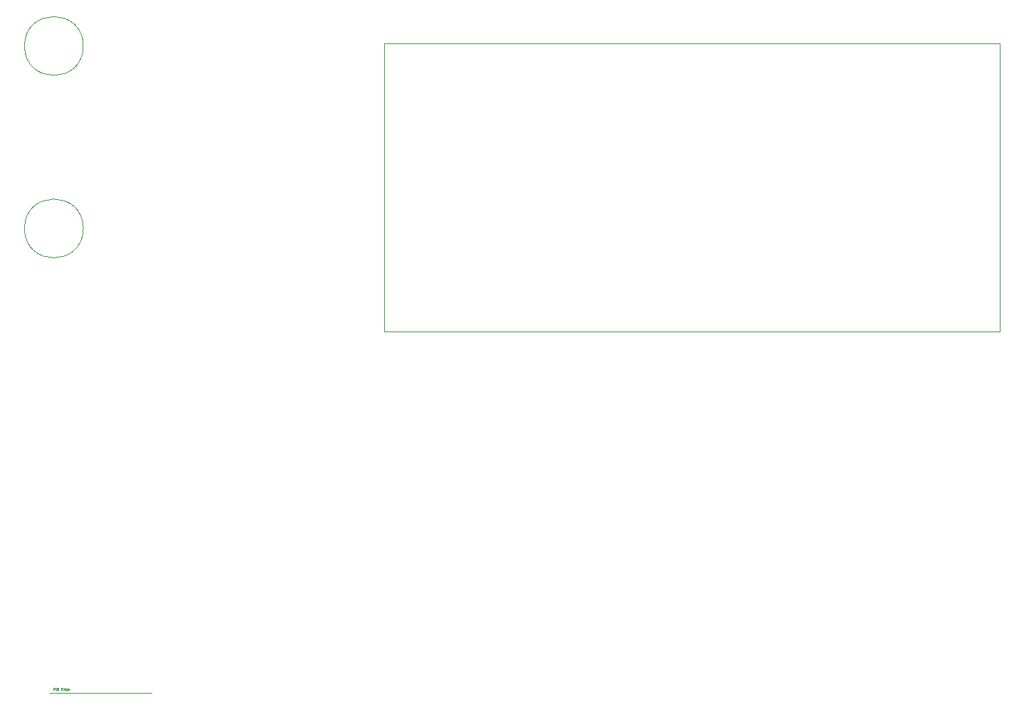
<source format=gm1>
G04 Layer_Color=16711935*
%FSLAX25Y25*%
%MOIN*%
G70*
G01*
G75*
%ADD66C,0.00079*%
%ADD67C,0.00197*%
%ADD68C,0.00394*%
%ADD69C,0.00118*%
D66*
X24780Y202000D02*
G03*
X24780Y202000I-13780J0D01*
G01*
Y287500D02*
G03*
X24780Y287500I-13780J0D01*
G01*
D67*
X174854Y288779D02*
X453965D01*
X165854Y153779D02*
Y288779D01*
Y153779D02*
X453965D01*
Y288779D01*
X165854D02*
X174854D01*
D68*
X9035Y-15500D02*
X56673D01*
D69*
X10604Y-14220D02*
Y-13236D01*
X11096D01*
X11260Y-13400D01*
Y-13728D01*
X11096Y-13892D01*
X10604D01*
X12244Y-13400D02*
X12080Y-13236D01*
X11752D01*
X11588Y-13400D01*
Y-14056D01*
X11752Y-14220D01*
X12080D01*
X12244Y-14056D01*
X12572Y-13236D02*
Y-14220D01*
X13064D01*
X13228Y-14056D01*
Y-13892D01*
X13064Y-13728D01*
X12572D01*
X13064D01*
X13228Y-13564D01*
Y-13400D01*
X13064Y-13236D01*
X12572D01*
X15196D02*
X14540D01*
Y-14220D01*
X15196D01*
X14540Y-13728D02*
X14868D01*
X16180Y-13236D02*
Y-14220D01*
X15688D01*
X15524Y-14056D01*
Y-13728D01*
X15688Y-13564D01*
X16180D01*
X16836Y-14548D02*
X17000D01*
X17164Y-14384D01*
Y-13564D01*
X16672D01*
X16508Y-13728D01*
Y-14056D01*
X16672Y-14220D01*
X17164D01*
X17984D02*
X17656D01*
X17492Y-14056D01*
Y-13728D01*
X17656Y-13564D01*
X17984D01*
X18148Y-13728D01*
Y-13892D01*
X17492D01*
M02*

</source>
